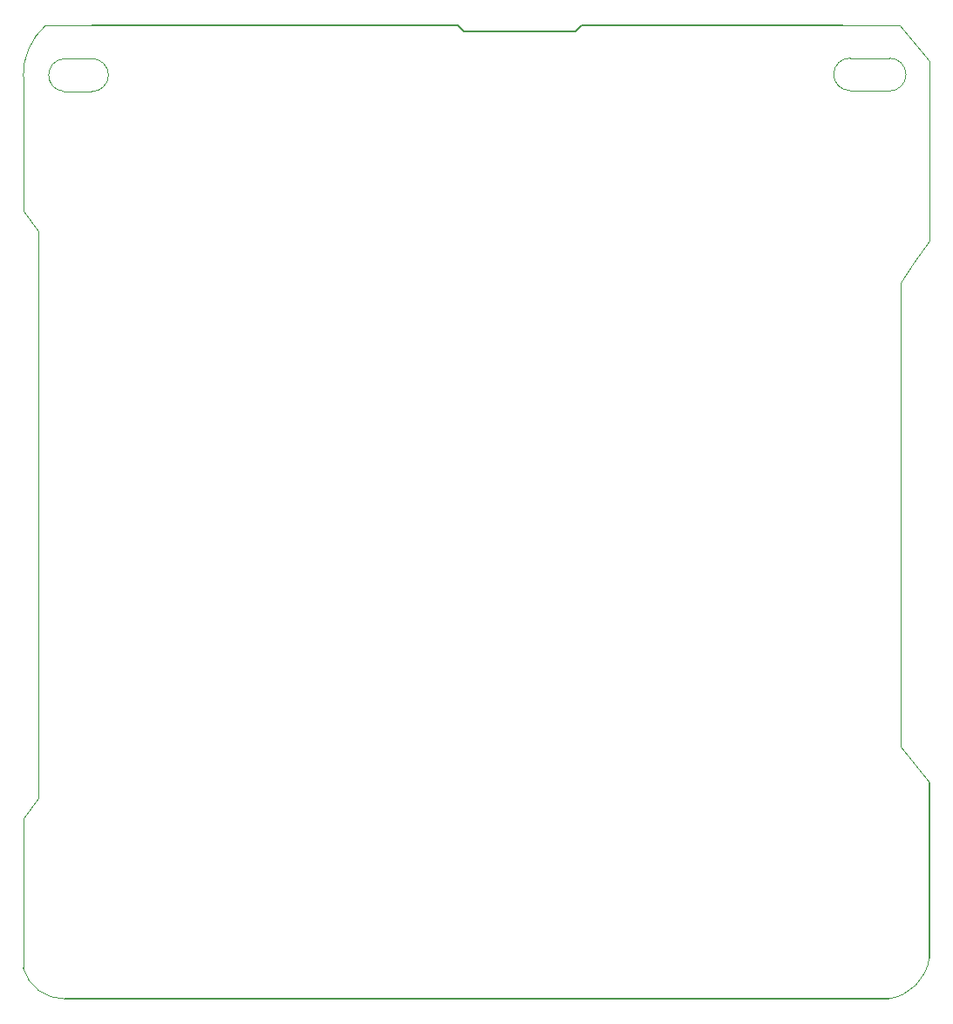
<source format=gbr>
%TF.GenerationSoftware,KiCad,Pcbnew,9.0.0*%
%TF.CreationDate,2025-05-14T15:36:39-07:00*%
%TF.ProjectId,battery_pack_v1a,62617474-6572-4795-9f70-61636b5f7631,rev?*%
%TF.SameCoordinates,Original*%
%TF.FileFunction,Profile,NP*%
%FSLAX46Y46*%
G04 Gerber Fmt 4.6, Leading zero omitted, Abs format (unit mm)*
G04 Created by KiCad (PCBNEW 9.0.0) date 2025-05-14 15:36:39*
%MOMM*%
%LPD*%
G01*
G04 APERTURE LIST*
%TA.AperFunction,Profile*%
%ADD10C,0.100000*%
%TD*%
%TA.AperFunction,Profile*%
%ADD11C,0.150000*%
%TD*%
G04 APERTURE END LIST*
D10*
X190158162Y-40989322D02*
X195598162Y-41004322D01*
X195700000Y-111000000D02*
X195700000Y-66000000D01*
D11*
X117133162Y-40989322D02*
X120308162Y-40989322D01*
D10*
X195700000Y-66000000D02*
X197000000Y-64000000D01*
X110500000Y-46000000D02*
G75*
G02*
X112663519Y-41014844I6488810J145960D01*
G01*
X110500000Y-118000000D02*
X112000000Y-116000000D01*
D11*
X164123162Y-41624322D02*
X164758162Y-40989322D01*
D10*
X117173162Y-44229322D02*
G75*
G02*
X117173162Y-47429278I38J-1599978D01*
G01*
X198500000Y-61944322D02*
X198500000Y-44500000D01*
X112663520Y-41014845D02*
X117133162Y-40989322D01*
X110500000Y-46000000D02*
X110500000Y-59000000D01*
X197000000Y-64000000D02*
X198500000Y-61944322D01*
D11*
X153328162Y-41624322D02*
X152693162Y-40989322D01*
X198500000Y-131499996D02*
X198500000Y-114500000D01*
D10*
X190773162Y-47329322D02*
X194623162Y-47379322D01*
X198500000Y-131500000D02*
G75*
G02*
X194500000Y-135500000I-4618600J618600D01*
G01*
X112000000Y-116000000D02*
X112000000Y-61000000D01*
D11*
X194500000Y-135500000D02*
X114500000Y-135500000D01*
D10*
X110500000Y-118000000D02*
X110500000Y-132500000D01*
X114472939Y-44255106D02*
X117173162Y-44229322D01*
X112000000Y-61000000D02*
X110500000Y-59000000D01*
X195598162Y-41004322D02*
X198500000Y-44500000D01*
D11*
X164758162Y-40989322D02*
X190158162Y-40989322D01*
D10*
X194623162Y-44179322D02*
X190823137Y-44180115D01*
D11*
X152693162Y-40989322D02*
X120308162Y-40989322D01*
D10*
X114500000Y-135500000D02*
G75*
G02*
X110499976Y-132500007I-60600J4085900D01*
G01*
X194623162Y-44179322D02*
G75*
G02*
X194623162Y-47379278I38J-1599978D01*
G01*
X114422964Y-47404313D02*
G75*
G02*
X114472935Y-44255023I134136J1572913D01*
G01*
X190773162Y-47329322D02*
G75*
G02*
X190823138Y-44180070I38J1575022D01*
G01*
X198500000Y-114500000D02*
X195700000Y-111000000D01*
X114422964Y-47404313D02*
X117173162Y-47429322D01*
D11*
X164123162Y-41624322D02*
X153328162Y-41624322D01*
M02*

</source>
